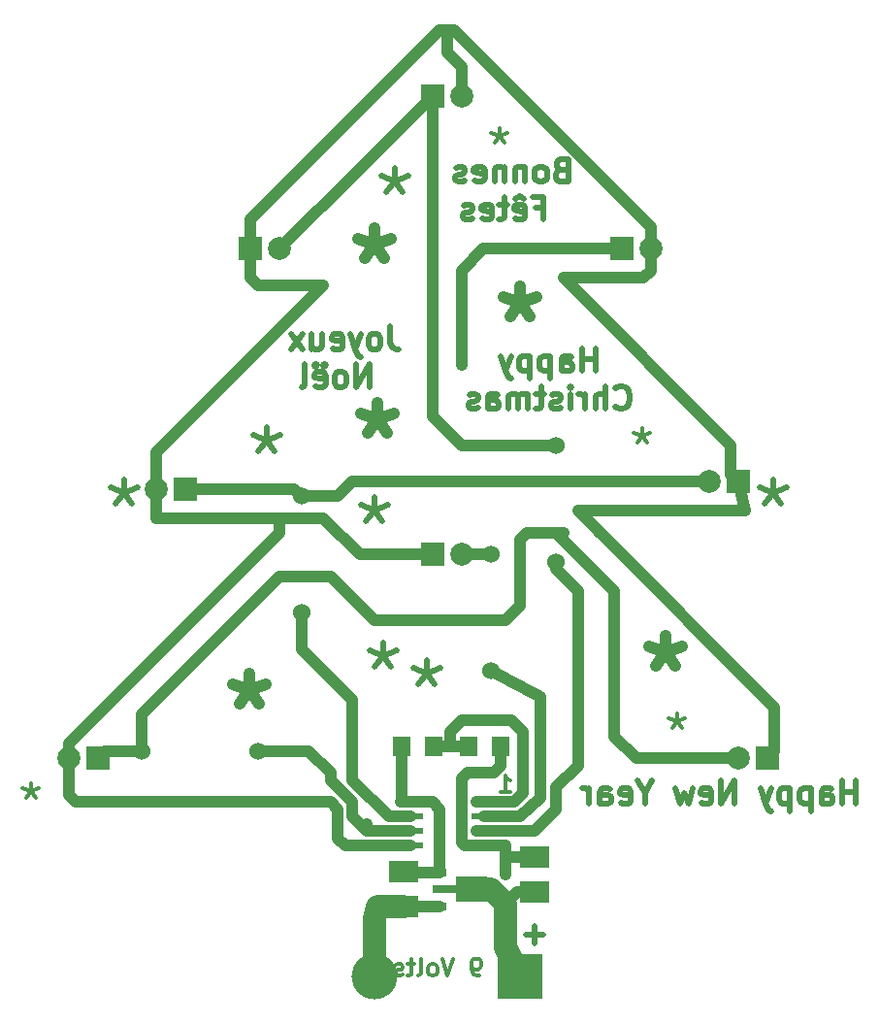
<source format=gbl>
G04 #@! TF.FileFunction,Copper,L2,Bot,Signal*
%FSLAX46Y46*%
G04 Gerber Fmt 4.6, Leading zero omitted, Abs format (unit mm)*
G04 Created by KiCad (PCBNEW 4.0.1-stable) date 28/05/2016 22:33:24*
%MOMM*%
G01*
G04 APERTURE LIST*
%ADD10C,0.100000*%
%ADD11C,0.300000*%
%ADD12C,0.500000*%
%ADD13C,1.000000*%
%ADD14C,0.375000*%
%ADD15R,2.199640X0.599440*%
%ADD16R,1.600200X1.803400*%
%ADD17R,2.499360X1.950720*%
%ADD18R,2.000000X2.000000*%
%ADD19C,2.000000*%
%ADD20C,1.524000*%
%ADD21R,4.000500X4.000500*%
%ADD22C,4.000500*%
%ADD23R,1.198880X0.701040*%
%ADD24R,1.998980X0.701040*%
%ADD25R,2.801620X2.199640*%
%ADD26C,0.600000*%
%ADD27C,2.000000*%
G04 APERTURE END LIST*
D10*
D11*
X109525143Y-118026571D02*
X109239428Y-118026571D01*
X109096571Y-117955143D01*
X109025143Y-117883714D01*
X108882285Y-117669429D01*
X108810857Y-117383714D01*
X108810857Y-116812286D01*
X108882285Y-116669429D01*
X108953714Y-116598000D01*
X109096571Y-116526571D01*
X109382285Y-116526571D01*
X109525143Y-116598000D01*
X109596571Y-116669429D01*
X109668000Y-116812286D01*
X109668000Y-117169429D01*
X109596571Y-117312286D01*
X109525143Y-117383714D01*
X109382285Y-117455143D01*
X109096571Y-117455143D01*
X108953714Y-117383714D01*
X108882285Y-117312286D01*
X108810857Y-117169429D01*
X107239429Y-116526571D02*
X106739429Y-118026571D01*
X106239429Y-116526571D01*
X105525143Y-118026571D02*
X105668001Y-117955143D01*
X105739429Y-117883714D01*
X105810858Y-117740857D01*
X105810858Y-117312286D01*
X105739429Y-117169429D01*
X105668001Y-117098000D01*
X105525143Y-117026571D01*
X105310858Y-117026571D01*
X105168001Y-117098000D01*
X105096572Y-117169429D01*
X105025143Y-117312286D01*
X105025143Y-117740857D01*
X105096572Y-117883714D01*
X105168001Y-117955143D01*
X105310858Y-118026571D01*
X105525143Y-118026571D01*
X104168000Y-118026571D02*
X104310858Y-117955143D01*
X104382286Y-117812286D01*
X104382286Y-116526571D01*
X103810858Y-117026571D02*
X103239429Y-117026571D01*
X103596572Y-116526571D02*
X103596572Y-117812286D01*
X103525144Y-117955143D01*
X103382286Y-118026571D01*
X103239429Y-118026571D01*
X102810858Y-117955143D02*
X102668001Y-118026571D01*
X102382286Y-118026571D01*
X102239429Y-117955143D01*
X102168001Y-117812286D01*
X102168001Y-117740857D01*
X102239429Y-117598000D01*
X102382286Y-117526571D01*
X102596572Y-117526571D01*
X102739429Y-117455143D01*
X102810858Y-117312286D01*
X102810858Y-117240857D01*
X102739429Y-117098000D01*
X102596572Y-117026571D01*
X102382286Y-117026571D01*
X102239429Y-117098000D01*
D12*
X142317906Y-103012762D02*
X142317906Y-101012762D01*
X142317906Y-101965143D02*
X141175048Y-101965143D01*
X141175048Y-103012762D02*
X141175048Y-101012762D01*
X139365525Y-103012762D02*
X139365525Y-101965143D01*
X139460763Y-101774667D01*
X139651239Y-101679429D01*
X140032191Y-101679429D01*
X140222668Y-101774667D01*
X139365525Y-102917524D02*
X139556001Y-103012762D01*
X140032191Y-103012762D01*
X140222668Y-102917524D01*
X140317906Y-102727048D01*
X140317906Y-102536571D01*
X140222668Y-102346095D01*
X140032191Y-102250857D01*
X139556001Y-102250857D01*
X139365525Y-102155619D01*
X138413144Y-101679429D02*
X138413144Y-103679429D01*
X138413144Y-101774667D02*
X138222667Y-101679429D01*
X137841715Y-101679429D01*
X137651239Y-101774667D01*
X137556001Y-101869905D01*
X137460763Y-102060381D01*
X137460763Y-102631810D01*
X137556001Y-102822286D01*
X137651239Y-102917524D01*
X137841715Y-103012762D01*
X138222667Y-103012762D01*
X138413144Y-102917524D01*
X136603620Y-101679429D02*
X136603620Y-103679429D01*
X136603620Y-101774667D02*
X136413143Y-101679429D01*
X136032191Y-101679429D01*
X135841715Y-101774667D01*
X135746477Y-101869905D01*
X135651239Y-102060381D01*
X135651239Y-102631810D01*
X135746477Y-102822286D01*
X135841715Y-102917524D01*
X136032191Y-103012762D01*
X136413143Y-103012762D01*
X136603620Y-102917524D01*
X134984572Y-101679429D02*
X134508381Y-103012762D01*
X134032191Y-101679429D02*
X134508381Y-103012762D01*
X134698857Y-103488952D01*
X134794096Y-103584190D01*
X134984572Y-103679429D01*
X131746476Y-103012762D02*
X131746476Y-101012762D01*
X130603618Y-103012762D01*
X130603618Y-101012762D01*
X128889333Y-102917524D02*
X129079809Y-103012762D01*
X129460761Y-103012762D01*
X129651238Y-102917524D01*
X129746476Y-102727048D01*
X129746476Y-101965143D01*
X129651238Y-101774667D01*
X129460761Y-101679429D01*
X129079809Y-101679429D01*
X128889333Y-101774667D01*
X128794095Y-101965143D01*
X128794095Y-102155619D01*
X129746476Y-102346095D01*
X128127428Y-101679429D02*
X127746475Y-103012762D01*
X127365523Y-102060381D01*
X126984571Y-103012762D01*
X126603618Y-101679429D01*
X123936951Y-102060381D02*
X123936951Y-103012762D01*
X124603618Y-101012762D02*
X123936951Y-102060381D01*
X123270284Y-101012762D01*
X121841713Y-102917524D02*
X122032189Y-103012762D01*
X122413141Y-103012762D01*
X122603618Y-102917524D01*
X122698856Y-102727048D01*
X122698856Y-101965143D01*
X122603618Y-101774667D01*
X122413141Y-101679429D01*
X122032189Y-101679429D01*
X121841713Y-101774667D01*
X121746475Y-101965143D01*
X121746475Y-102155619D01*
X122698856Y-102346095D01*
X120032189Y-103012762D02*
X120032189Y-101965143D01*
X120127427Y-101774667D01*
X120317903Y-101679429D01*
X120698855Y-101679429D01*
X120889332Y-101774667D01*
X120032189Y-102917524D02*
X120222665Y-103012762D01*
X120698855Y-103012762D01*
X120889332Y-102917524D01*
X120984570Y-102727048D01*
X120984570Y-102536571D01*
X120889332Y-102346095D01*
X120698855Y-102250857D01*
X120222665Y-102250857D01*
X120032189Y-102155619D01*
X119079808Y-103012762D02*
X119079808Y-101679429D01*
X119079808Y-102060381D02*
X118984569Y-101869905D01*
X118889331Y-101774667D01*
X118698855Y-101679429D01*
X118508379Y-101679429D01*
D13*
X125730000Y-88408286D02*
X125730000Y-89836857D01*
X127158571Y-89265429D02*
X125730000Y-89836857D01*
X124301428Y-89265429D01*
X126587143Y-90979714D02*
X125730000Y-89836857D01*
X124872857Y-90979714D01*
X113030000Y-57928286D02*
X113030000Y-59356857D01*
X114458571Y-58785429D02*
X113030000Y-59356857D01*
X111601428Y-58785429D01*
X113887143Y-60499714D02*
X113030000Y-59356857D01*
X112172857Y-60499714D01*
D12*
X78486000Y-74731905D02*
X78486000Y-75922381D01*
X77295524Y-75446190D02*
X78486000Y-75922381D01*
X79676476Y-75446190D01*
X77771714Y-76874762D02*
X78486000Y-75922381D01*
X79200286Y-76874762D01*
D13*
X100330000Y-52848286D02*
X100330000Y-54276857D01*
X101758571Y-53705429D02*
X100330000Y-54276857D01*
X98901428Y-53705429D01*
X101187143Y-55419714D02*
X100330000Y-54276857D01*
X99472857Y-55419714D01*
X100584000Y-68088286D02*
X100584000Y-69516857D01*
X102012571Y-68945429D02*
X100584000Y-69516857D01*
X99155428Y-68945429D01*
X101441143Y-70659714D02*
X100584000Y-69516857D01*
X99726857Y-70659714D01*
X89408000Y-91710286D02*
X89408000Y-93138857D01*
X90836571Y-92567429D02*
X89408000Y-93138857D01*
X87979428Y-92567429D01*
X90265143Y-94281714D02*
X89408000Y-93138857D01*
X88550857Y-94281714D01*
D12*
X104902000Y-90479905D02*
X104902000Y-91670381D01*
X103711524Y-91194190D02*
X104902000Y-91670381D01*
X106092476Y-91194190D01*
X104187714Y-92622762D02*
X104902000Y-91670381D01*
X105616286Y-92622762D01*
X102108000Y-47553905D02*
X102108000Y-48744381D01*
X100917524Y-48268190D02*
X102108000Y-48744381D01*
X103298476Y-48268190D01*
X101393714Y-49696762D02*
X102108000Y-48744381D01*
X102822286Y-49696762D01*
X101092000Y-88955905D02*
X101092000Y-90146381D01*
X99901524Y-89670190D02*
X101092000Y-90146381D01*
X102282476Y-89670190D01*
X100377714Y-91098762D02*
X101092000Y-90146381D01*
X101806286Y-91098762D01*
D11*
X70358000Y-101227143D02*
X70358000Y-101941429D01*
X69643714Y-101655714D02*
X70358000Y-101941429D01*
X71072286Y-101655714D01*
X69929429Y-102512857D02*
X70358000Y-101941429D01*
X70786572Y-102512857D01*
D12*
X100330000Y-76255905D02*
X100330000Y-77446381D01*
X99139524Y-76970190D02*
X100330000Y-77446381D01*
X101520476Y-76970190D01*
X99615714Y-78398762D02*
X100330000Y-77446381D01*
X101044286Y-78398762D01*
D11*
X126746000Y-95131143D02*
X126746000Y-95845429D01*
X127460286Y-95559714D02*
X126746000Y-95845429D01*
X126031714Y-95559714D01*
X127174571Y-96416857D02*
X126746000Y-95845429D01*
X126317428Y-96416857D01*
D12*
X135128000Y-74731905D02*
X135128000Y-75922381D01*
X133937524Y-75446190D02*
X135128000Y-75922381D01*
X136318476Y-75446190D01*
X134413714Y-76874762D02*
X135128000Y-75922381D01*
X135842286Y-76874762D01*
X90932000Y-70159905D02*
X90932000Y-71350381D01*
X89741524Y-70874190D02*
X90932000Y-71350381D01*
X92122476Y-70874190D01*
X90217714Y-72302762D02*
X90932000Y-71350381D01*
X91646286Y-72302762D01*
D11*
X111252000Y-44077143D02*
X111252000Y-44791429D01*
X111966286Y-44505714D02*
X111252000Y-44791429D01*
X110537714Y-44505714D01*
X111680571Y-45362857D02*
X111252000Y-44791429D01*
X110823428Y-45362857D01*
X123698000Y-70239143D02*
X123698000Y-70953429D01*
X122983714Y-70667714D02*
X123698000Y-70953429D01*
X124412286Y-70667714D01*
X123269429Y-71524857D02*
X123698000Y-70953429D01*
X124126572Y-71524857D01*
D14*
X111331428Y-102024571D02*
X112188571Y-102024571D01*
X111759999Y-102024571D02*
X111759999Y-100524571D01*
X111902856Y-100738857D01*
X112045714Y-100881714D01*
X112188571Y-100953143D01*
D12*
X116633096Y-47737143D02*
X116347382Y-47832381D01*
X116252143Y-47927619D01*
X116156905Y-48118095D01*
X116156905Y-48403810D01*
X116252143Y-48594286D01*
X116347382Y-48689524D01*
X116537858Y-48784762D01*
X117299763Y-48784762D01*
X117299763Y-46784762D01*
X116633096Y-46784762D01*
X116442620Y-46880000D01*
X116347382Y-46975238D01*
X116252143Y-47165714D01*
X116252143Y-47356190D01*
X116347382Y-47546667D01*
X116442620Y-47641905D01*
X116633096Y-47737143D01*
X117299763Y-47737143D01*
X115014048Y-48784762D02*
X115204524Y-48689524D01*
X115299763Y-48594286D01*
X115395001Y-48403810D01*
X115395001Y-47832381D01*
X115299763Y-47641905D01*
X115204524Y-47546667D01*
X115014048Y-47451429D01*
X114728334Y-47451429D01*
X114537858Y-47546667D01*
X114442620Y-47641905D01*
X114347382Y-47832381D01*
X114347382Y-48403810D01*
X114442620Y-48594286D01*
X114537858Y-48689524D01*
X114728334Y-48784762D01*
X115014048Y-48784762D01*
X113490239Y-47451429D02*
X113490239Y-48784762D01*
X113490239Y-47641905D02*
X113395000Y-47546667D01*
X113204524Y-47451429D01*
X112918810Y-47451429D01*
X112728334Y-47546667D01*
X112633096Y-47737143D01*
X112633096Y-48784762D01*
X111680715Y-47451429D02*
X111680715Y-48784762D01*
X111680715Y-47641905D02*
X111585476Y-47546667D01*
X111395000Y-47451429D01*
X111109286Y-47451429D01*
X110918810Y-47546667D01*
X110823572Y-47737143D01*
X110823572Y-48784762D01*
X109109286Y-48689524D02*
X109299762Y-48784762D01*
X109680714Y-48784762D01*
X109871191Y-48689524D01*
X109966429Y-48499048D01*
X109966429Y-47737143D01*
X109871191Y-47546667D01*
X109680714Y-47451429D01*
X109299762Y-47451429D01*
X109109286Y-47546667D01*
X109014048Y-47737143D01*
X109014048Y-47927619D01*
X109966429Y-48118095D01*
X108252143Y-48689524D02*
X108061666Y-48784762D01*
X107680714Y-48784762D01*
X107490238Y-48689524D01*
X107395000Y-48499048D01*
X107395000Y-48403810D01*
X107490238Y-48213333D01*
X107680714Y-48118095D01*
X107966428Y-48118095D01*
X108156905Y-48022857D01*
X108252143Y-47832381D01*
X108252143Y-47737143D01*
X108156905Y-47546667D01*
X107966428Y-47451429D01*
X107680714Y-47451429D01*
X107490238Y-47546667D01*
X114442619Y-51037143D02*
X115109286Y-51037143D01*
X115109286Y-52084762D02*
X115109286Y-50084762D01*
X114156905Y-50084762D01*
X112633095Y-51989524D02*
X112823571Y-52084762D01*
X113204523Y-52084762D01*
X113395000Y-51989524D01*
X113490238Y-51799048D01*
X113490238Y-51037143D01*
X113395000Y-50846667D01*
X113204523Y-50751429D01*
X112823571Y-50751429D01*
X112633095Y-50846667D01*
X112537857Y-51037143D01*
X112537857Y-51227619D01*
X113490238Y-51418095D01*
X113395000Y-50275238D02*
X113014047Y-49989524D01*
X112633095Y-50275238D01*
X111966428Y-50751429D02*
X111204523Y-50751429D01*
X111680714Y-50084762D02*
X111680714Y-51799048D01*
X111585475Y-51989524D01*
X111394999Y-52084762D01*
X111204523Y-52084762D01*
X109775952Y-51989524D02*
X109966428Y-52084762D01*
X110347380Y-52084762D01*
X110537857Y-51989524D01*
X110633095Y-51799048D01*
X110633095Y-51037143D01*
X110537857Y-50846667D01*
X110347380Y-50751429D01*
X109966428Y-50751429D01*
X109775952Y-50846667D01*
X109680714Y-51037143D01*
X109680714Y-51227619D01*
X110633095Y-51418095D01*
X108918809Y-51989524D02*
X108728332Y-52084762D01*
X108347380Y-52084762D01*
X108156904Y-51989524D01*
X108061666Y-51799048D01*
X108061666Y-51703810D01*
X108156904Y-51513333D01*
X108347380Y-51418095D01*
X108633094Y-51418095D01*
X108823571Y-51322857D01*
X108918809Y-51132381D01*
X108918809Y-51037143D01*
X108823571Y-50846667D01*
X108633094Y-50751429D01*
X108347380Y-50751429D01*
X108156904Y-50846667D01*
X119617620Y-65294762D02*
X119617620Y-63294762D01*
X119617620Y-64247143D02*
X118474762Y-64247143D01*
X118474762Y-65294762D02*
X118474762Y-63294762D01*
X116665239Y-65294762D02*
X116665239Y-64247143D01*
X116760477Y-64056667D01*
X116950953Y-63961429D01*
X117331905Y-63961429D01*
X117522382Y-64056667D01*
X116665239Y-65199524D02*
X116855715Y-65294762D01*
X117331905Y-65294762D01*
X117522382Y-65199524D01*
X117617620Y-65009048D01*
X117617620Y-64818571D01*
X117522382Y-64628095D01*
X117331905Y-64532857D01*
X116855715Y-64532857D01*
X116665239Y-64437619D01*
X115712858Y-63961429D02*
X115712858Y-65961429D01*
X115712858Y-64056667D02*
X115522381Y-63961429D01*
X115141429Y-63961429D01*
X114950953Y-64056667D01*
X114855715Y-64151905D01*
X114760477Y-64342381D01*
X114760477Y-64913810D01*
X114855715Y-65104286D01*
X114950953Y-65199524D01*
X115141429Y-65294762D01*
X115522381Y-65294762D01*
X115712858Y-65199524D01*
X113903334Y-63961429D02*
X113903334Y-65961429D01*
X113903334Y-64056667D02*
X113712857Y-63961429D01*
X113331905Y-63961429D01*
X113141429Y-64056667D01*
X113046191Y-64151905D01*
X112950953Y-64342381D01*
X112950953Y-64913810D01*
X113046191Y-65104286D01*
X113141429Y-65199524D01*
X113331905Y-65294762D01*
X113712857Y-65294762D01*
X113903334Y-65199524D01*
X112284286Y-63961429D02*
X111808095Y-65294762D01*
X111331905Y-63961429D02*
X111808095Y-65294762D01*
X111998571Y-65770952D01*
X112093810Y-65866190D01*
X112284286Y-65961429D01*
X121379524Y-68404286D02*
X121474762Y-68499524D01*
X121760477Y-68594762D01*
X121950953Y-68594762D01*
X122236667Y-68499524D01*
X122427143Y-68309048D01*
X122522382Y-68118571D01*
X122617620Y-67737619D01*
X122617620Y-67451905D01*
X122522382Y-67070952D01*
X122427143Y-66880476D01*
X122236667Y-66690000D01*
X121950953Y-66594762D01*
X121760477Y-66594762D01*
X121474762Y-66690000D01*
X121379524Y-66785238D01*
X120522382Y-68594762D02*
X120522382Y-66594762D01*
X119665239Y-68594762D02*
X119665239Y-67547143D01*
X119760477Y-67356667D01*
X119950953Y-67261429D01*
X120236667Y-67261429D01*
X120427143Y-67356667D01*
X120522382Y-67451905D01*
X118712858Y-68594762D02*
X118712858Y-67261429D01*
X118712858Y-67642381D02*
X118617619Y-67451905D01*
X118522381Y-67356667D01*
X118331905Y-67261429D01*
X118141429Y-67261429D01*
X117474763Y-68594762D02*
X117474763Y-67261429D01*
X117474763Y-66594762D02*
X117570001Y-66690000D01*
X117474763Y-66785238D01*
X117379524Y-66690000D01*
X117474763Y-66594762D01*
X117474763Y-66785238D01*
X116617620Y-68499524D02*
X116427143Y-68594762D01*
X116046191Y-68594762D01*
X115855715Y-68499524D01*
X115760477Y-68309048D01*
X115760477Y-68213810D01*
X115855715Y-68023333D01*
X116046191Y-67928095D01*
X116331905Y-67928095D01*
X116522382Y-67832857D01*
X116617620Y-67642381D01*
X116617620Y-67547143D01*
X116522382Y-67356667D01*
X116331905Y-67261429D01*
X116046191Y-67261429D01*
X115855715Y-67356667D01*
X115189048Y-67261429D02*
X114427143Y-67261429D01*
X114903334Y-66594762D02*
X114903334Y-68309048D01*
X114808095Y-68499524D01*
X114617619Y-68594762D01*
X114427143Y-68594762D01*
X113760477Y-68594762D02*
X113760477Y-67261429D01*
X113760477Y-67451905D02*
X113665238Y-67356667D01*
X113474762Y-67261429D01*
X113189048Y-67261429D01*
X112998572Y-67356667D01*
X112903334Y-67547143D01*
X112903334Y-68594762D01*
X112903334Y-67547143D02*
X112808096Y-67356667D01*
X112617619Y-67261429D01*
X112331905Y-67261429D01*
X112141429Y-67356667D01*
X112046191Y-67547143D01*
X112046191Y-68594762D01*
X110236667Y-68594762D02*
X110236667Y-67547143D01*
X110331905Y-67356667D01*
X110522381Y-67261429D01*
X110903333Y-67261429D01*
X111093810Y-67356667D01*
X110236667Y-68499524D02*
X110427143Y-68594762D01*
X110903333Y-68594762D01*
X111093810Y-68499524D01*
X111189048Y-68309048D01*
X111189048Y-68118571D01*
X111093810Y-67928095D01*
X110903333Y-67832857D01*
X110427143Y-67832857D01*
X110236667Y-67737619D01*
X109379524Y-68499524D02*
X109189047Y-68594762D01*
X108808095Y-68594762D01*
X108617619Y-68499524D01*
X108522381Y-68309048D01*
X108522381Y-68213810D01*
X108617619Y-68023333D01*
X108808095Y-67928095D01*
X109093809Y-67928095D01*
X109284286Y-67832857D01*
X109379524Y-67642381D01*
X109379524Y-67547143D01*
X109284286Y-67356667D01*
X109093809Y-67261429D01*
X108808095Y-67261429D01*
X108617619Y-67356667D01*
X115061905Y-114442857D02*
X113538095Y-114442857D01*
X114300000Y-115204762D02*
X114300000Y-113680952D01*
X101742382Y-61389762D02*
X101742382Y-62818333D01*
X101837620Y-63104048D01*
X102028096Y-63294524D01*
X102313811Y-63389762D01*
X102504287Y-63389762D01*
X100504286Y-63389762D02*
X100694762Y-63294524D01*
X100790001Y-63199286D01*
X100885239Y-63008810D01*
X100885239Y-62437381D01*
X100790001Y-62246905D01*
X100694762Y-62151667D01*
X100504286Y-62056429D01*
X100218572Y-62056429D01*
X100028096Y-62151667D01*
X99932858Y-62246905D01*
X99837620Y-62437381D01*
X99837620Y-63008810D01*
X99932858Y-63199286D01*
X100028096Y-63294524D01*
X100218572Y-63389762D01*
X100504286Y-63389762D01*
X99170953Y-62056429D02*
X98694762Y-63389762D01*
X98218572Y-62056429D02*
X98694762Y-63389762D01*
X98885238Y-63865952D01*
X98980477Y-63961190D01*
X99170953Y-64056429D01*
X96694762Y-63294524D02*
X96885238Y-63389762D01*
X97266190Y-63389762D01*
X97456667Y-63294524D01*
X97551905Y-63104048D01*
X97551905Y-62342143D01*
X97456667Y-62151667D01*
X97266190Y-62056429D01*
X96885238Y-62056429D01*
X96694762Y-62151667D01*
X96599524Y-62342143D01*
X96599524Y-62532619D01*
X97551905Y-62723095D01*
X94885238Y-62056429D02*
X94885238Y-63389762D01*
X95742381Y-62056429D02*
X95742381Y-63104048D01*
X95647142Y-63294524D01*
X95456666Y-63389762D01*
X95170952Y-63389762D01*
X94980476Y-63294524D01*
X94885238Y-63199286D01*
X94123333Y-63389762D02*
X93075714Y-62056429D01*
X94123333Y-62056429D02*
X93075714Y-63389762D01*
X99885238Y-66689762D02*
X99885238Y-64689762D01*
X98742380Y-66689762D01*
X98742380Y-64689762D01*
X97504285Y-66689762D02*
X97694761Y-66594524D01*
X97790000Y-66499286D01*
X97885238Y-66308810D01*
X97885238Y-65737381D01*
X97790000Y-65546905D01*
X97694761Y-65451667D01*
X97504285Y-65356429D01*
X97218571Y-65356429D01*
X97028095Y-65451667D01*
X96932857Y-65546905D01*
X96837619Y-65737381D01*
X96837619Y-66308810D01*
X96932857Y-66499286D01*
X97028095Y-66594524D01*
X97218571Y-66689762D01*
X97504285Y-66689762D01*
X95218571Y-66594524D02*
X95409047Y-66689762D01*
X95789999Y-66689762D01*
X95980476Y-66594524D01*
X96075714Y-66404048D01*
X96075714Y-65642143D01*
X95980476Y-65451667D01*
X95789999Y-65356429D01*
X95409047Y-65356429D01*
X95218571Y-65451667D01*
X95123333Y-65642143D01*
X95123333Y-65832619D01*
X96075714Y-66023095D01*
X95980476Y-64689762D02*
X95885237Y-64785000D01*
X95980476Y-64880238D01*
X96075714Y-64785000D01*
X95980476Y-64689762D01*
X95980476Y-64880238D01*
X95218571Y-64689762D02*
X95123333Y-64785000D01*
X95218571Y-64880238D01*
X95313809Y-64785000D01*
X95218571Y-64689762D01*
X95218571Y-64880238D01*
X93980475Y-66689762D02*
X94170951Y-66594524D01*
X94266190Y-66404048D01*
X94266190Y-64689762D01*
D15*
X109913420Y-102870000D03*
X109913420Y-104140000D03*
X109913420Y-105410000D03*
X109913420Y-106680000D03*
X103446580Y-106680000D03*
X103446580Y-105410000D03*
X103446580Y-104140000D03*
X103446580Y-102870000D03*
D16*
X105537000Y-98044000D03*
X102743000Y-98044000D03*
X111379000Y-98044000D03*
X108585000Y-98044000D03*
D17*
X114300000Y-110744000D03*
X114300000Y-107696000D03*
D18*
X105410000Y-41275000D03*
D19*
X107950000Y-41275000D03*
D18*
X89535000Y-54610000D03*
D19*
X92075000Y-54610000D03*
D18*
X121920000Y-54610000D03*
D19*
X124460000Y-54610000D03*
D18*
X105410000Y-81280000D03*
D19*
X107950000Y-81280000D03*
D18*
X83820000Y-75565000D03*
D19*
X81280000Y-75565000D03*
D18*
X132080000Y-74930000D03*
D19*
X129540000Y-74930000D03*
D18*
X76200000Y-99060000D03*
D19*
X73660000Y-99060000D03*
D18*
X134620000Y-99060000D03*
D19*
X132080000Y-99060000D03*
D20*
X116205000Y-71755000D03*
X116205000Y-81915000D03*
X110490000Y-91440000D03*
X110490000Y-81280000D03*
X93980000Y-86360000D03*
X93980000Y-76200000D03*
X90170000Y-98425000D03*
X80010000Y-98425000D03*
D17*
X102870000Y-108966000D03*
X102870000Y-112014000D03*
D21*
X113030000Y-118110000D03*
D22*
X100330000Y-118110000D03*
D23*
X106050080Y-111991140D03*
D24*
X106448860Y-110490000D03*
D23*
X106050080Y-108988860D03*
D25*
X108849160Y-110490000D03*
D26*
X111760000Y-109220000D03*
X107950000Y-64770000D03*
D13*
X111379000Y-98044000D02*
X111379000Y-99695000D01*
X108204000Y-106680000D02*
X109913420Y-106680000D01*
X107950000Y-106426000D02*
X108204000Y-106680000D01*
X107950000Y-100838000D02*
X107950000Y-106426000D01*
X108458000Y-100330000D02*
X107950000Y-100838000D01*
X110744000Y-100330000D02*
X108458000Y-100330000D01*
X111379000Y-99695000D02*
X110744000Y-100330000D01*
X114300000Y-107696000D02*
X111760000Y-107696000D01*
X111760000Y-107696000D02*
X111760000Y-107950000D01*
X102870000Y-112014000D02*
X106027220Y-112014000D01*
X106027220Y-112014000D02*
X106050080Y-111991140D01*
X111760000Y-106680000D02*
X111760000Y-107950000D01*
X111760000Y-107950000D02*
X111760000Y-109220000D01*
X109913420Y-106680000D02*
X111760000Y-106680000D01*
D27*
X102870000Y-112014000D02*
X100584000Y-112014000D01*
X100330000Y-113030000D02*
X100330000Y-118110000D01*
X100584000Y-112014000D02*
X100330000Y-113030000D01*
D13*
X106934000Y-98044000D02*
X106934000Y-96774000D01*
X112522000Y-102870000D02*
X109913420Y-102870000D01*
X113284000Y-102108000D02*
X112522000Y-102870000D01*
X113284000Y-96774000D02*
X113284000Y-102108000D01*
X112268000Y-95758000D02*
X113284000Y-96774000D01*
X107950000Y-95758000D02*
X112268000Y-95758000D01*
X106934000Y-96774000D02*
X107950000Y-95758000D01*
X105537000Y-98044000D02*
X106934000Y-98044000D01*
X106934000Y-98044000D02*
X108585000Y-98044000D01*
X109220000Y-102870000D02*
X109913420Y-102870000D01*
X109855000Y-102870000D02*
X109913420Y-102870000D01*
X108839000Y-97790000D02*
X108585000Y-98044000D01*
X119697500Y-79057500D02*
X135255000Y-94615000D01*
X135255000Y-94615000D02*
X135255000Y-98425000D01*
X135255000Y-98425000D02*
X134620000Y-99060000D01*
X120015000Y-79375000D02*
X119697500Y-79057500D01*
X119697500Y-79057500D02*
X119380000Y-78740000D01*
X119380000Y-78740000D02*
X118110000Y-77470000D01*
X118110000Y-77470000D02*
X132715000Y-77470000D01*
X132715000Y-77470000D02*
X132080000Y-74930000D01*
X73660000Y-99060000D02*
X73660000Y-102235000D01*
X97790000Y-106680000D02*
X103446580Y-106680000D01*
X97155000Y-106045000D02*
X97790000Y-106680000D01*
X97155000Y-103505000D02*
X97155000Y-106045000D01*
X96520000Y-102870000D02*
X97155000Y-103505000D01*
X74295000Y-102870000D02*
X96520000Y-102870000D01*
X73660000Y-102235000D02*
X74295000Y-102870000D01*
X73660000Y-99060000D02*
X73660000Y-97790000D01*
X92075000Y-78740000D02*
X92075000Y-78105000D01*
X92075000Y-79375000D02*
X92075000Y-78740000D01*
X73660000Y-97790000D02*
X92075000Y-79375000D01*
X124460000Y-54610000D02*
X124460000Y-56515000D01*
X131445000Y-71755000D02*
X131445000Y-74295000D01*
X116840000Y-57150000D02*
X131445000Y-71755000D01*
X123825000Y-57150000D02*
X116840000Y-57150000D01*
X124460000Y-56515000D02*
X123825000Y-57150000D01*
X131445000Y-74295000D02*
X132080000Y-74930000D01*
X89535000Y-54610000D02*
X89535000Y-57150000D01*
X81280000Y-72390000D02*
X81280000Y-75565000D01*
X95885000Y-57785000D02*
X81280000Y-72390000D01*
X90170000Y-57785000D02*
X95885000Y-57785000D01*
X89535000Y-57150000D02*
X90170000Y-57785000D01*
X81280000Y-75565000D02*
X81280000Y-78105000D01*
X81280000Y-78105000D02*
X83820000Y-78105000D01*
X83820000Y-78105000D02*
X92075000Y-78105000D01*
X92075000Y-78105000D02*
X95885000Y-78105000D01*
X95885000Y-78105000D02*
X99060000Y-81280000D01*
X99060000Y-81280000D02*
X105410000Y-81280000D01*
X107950000Y-41275000D02*
X107950000Y-38735000D01*
X106680000Y-37465000D02*
X106680000Y-35560000D01*
X107950000Y-38735000D02*
X106680000Y-37465000D01*
X124460000Y-54610000D02*
X124460000Y-52705000D01*
X124460000Y-52705000D02*
X107950000Y-36195000D01*
X89535000Y-52070000D02*
X106045000Y-35560000D01*
X106045000Y-35560000D02*
X106680000Y-35560000D01*
X106680000Y-35560000D02*
X107315000Y-35560000D01*
X107315000Y-35560000D02*
X107950000Y-36195000D01*
X107950000Y-36195000D02*
X108585000Y-36830000D01*
X89535000Y-54610000D02*
X89535000Y-52070000D01*
X116205000Y-71755000D02*
X107950000Y-71755000D01*
X105410000Y-69215000D02*
X105410000Y-41275000D01*
X107950000Y-71755000D02*
X105410000Y-69215000D01*
X105410000Y-41275000D02*
X99060000Y-47625000D01*
X99060000Y-47625000D02*
X92075000Y-54610000D01*
X107950000Y-56515000D02*
X107950000Y-64770000D01*
X109855000Y-54610000D02*
X107950000Y-56515000D01*
X121920000Y-54610000D02*
X109855000Y-54610000D01*
X107950000Y-81280000D02*
X110490000Y-81280000D01*
X83820000Y-75565000D02*
X93345000Y-75565000D01*
X129540000Y-74930000D02*
X98425000Y-74930000D01*
X98425000Y-74930000D02*
X97155000Y-76200000D01*
X93345000Y-75565000D02*
X93980000Y-76200000D01*
X97155000Y-76200000D02*
X93980000Y-76200000D01*
X132080000Y-99060000D02*
X123190000Y-99060000D01*
X121285000Y-84455000D02*
X116205000Y-79375000D01*
X121285000Y-97155000D02*
X121285000Y-84455000D01*
X123190000Y-99060000D02*
X121285000Y-97155000D01*
X80010000Y-98425000D02*
X80010000Y-95250000D01*
X113665000Y-79375000D02*
X116205000Y-79375000D01*
X116205000Y-79375000D02*
X116840000Y-79375000D01*
X113030000Y-80010000D02*
X113665000Y-79375000D01*
X113030000Y-85725000D02*
X113030000Y-80010000D01*
X111760000Y-86995000D02*
X113030000Y-85725000D01*
X100330000Y-86995000D02*
X111760000Y-86995000D01*
X96520000Y-83185000D02*
X100330000Y-86995000D01*
X92075000Y-83185000D02*
X96520000Y-83185000D01*
X80010000Y-95250000D02*
X92075000Y-83185000D01*
X80010000Y-98425000D02*
X76835000Y-98425000D01*
X76835000Y-98425000D02*
X76200000Y-99060000D01*
X110490000Y-91440000D02*
X114808000Y-93726000D01*
X113030000Y-104140000D02*
X109913420Y-104140000D01*
X114808000Y-102489000D02*
X113030000Y-104140000D01*
X114808000Y-93726000D02*
X114808000Y-102489000D01*
X118110000Y-84455000D02*
X118110000Y-97790000D01*
X118110000Y-97790000D02*
X118110000Y-99695000D01*
X114300000Y-105410000D02*
X109913420Y-105410000D01*
X116205000Y-103505000D02*
X114300000Y-105410000D01*
X116205000Y-101600000D02*
X116205000Y-103505000D01*
X118110000Y-99695000D02*
X116205000Y-101600000D01*
X116205000Y-81915000D02*
X116205000Y-82550000D01*
X116205000Y-82550000D02*
X118110000Y-84455000D01*
X109913420Y-105410000D02*
X109220000Y-105410000D01*
X118110000Y-97790000D02*
X118110000Y-97155000D01*
X103446580Y-105410000D02*
X99695000Y-105410000D01*
X99695000Y-105410000D02*
X99695000Y-104775000D01*
X99695000Y-104775000D02*
X99695000Y-105410000D01*
X90170000Y-98425000D02*
X94615000Y-98425000D01*
X98425000Y-104140000D02*
X99695000Y-105410000D01*
X99695000Y-105410000D02*
X99695000Y-105410000D01*
X98425000Y-102870000D02*
X98425000Y-104140000D01*
X96520000Y-100965000D02*
X98425000Y-102870000D01*
X96520000Y-100330000D02*
X96520000Y-100965000D01*
X94615000Y-98425000D02*
X96520000Y-100330000D01*
X93980000Y-89535000D02*
X93980000Y-86360000D01*
X98425000Y-93980000D02*
X93980000Y-89535000D01*
X98425000Y-100965000D02*
X98425000Y-93980000D01*
X103446580Y-104140000D02*
X101600000Y-104140000D01*
X101600000Y-104140000D02*
X98425000Y-100965000D01*
X114300000Y-110744000D02*
X112776000Y-110744000D01*
X112776000Y-110744000D02*
X111760000Y-111760000D01*
D27*
X108849160Y-110490000D02*
X110490000Y-110490000D01*
X111760000Y-115570000D02*
X113030000Y-118110000D01*
X111760000Y-111760000D02*
X111760000Y-115570000D01*
X110490000Y-110490000D02*
X111760000Y-111760000D01*
D13*
X106050080Y-108988860D02*
X106050080Y-103510080D01*
X105410000Y-102870000D02*
X103446580Y-102870000D01*
X106050080Y-103510080D02*
X105410000Y-102870000D01*
X106050080Y-108988860D02*
X102892860Y-108988860D01*
X102892860Y-108988860D02*
X102870000Y-108966000D01*
X102743000Y-98044000D02*
X102743000Y-102743000D01*
X102616000Y-102870000D02*
X103446580Y-102870000D01*
X102743000Y-102743000D02*
X102616000Y-102870000D01*
X103446580Y-102870000D02*
X102870000Y-102870000D01*
X103505000Y-102870000D02*
X102870000Y-102870000D01*
M02*

</source>
